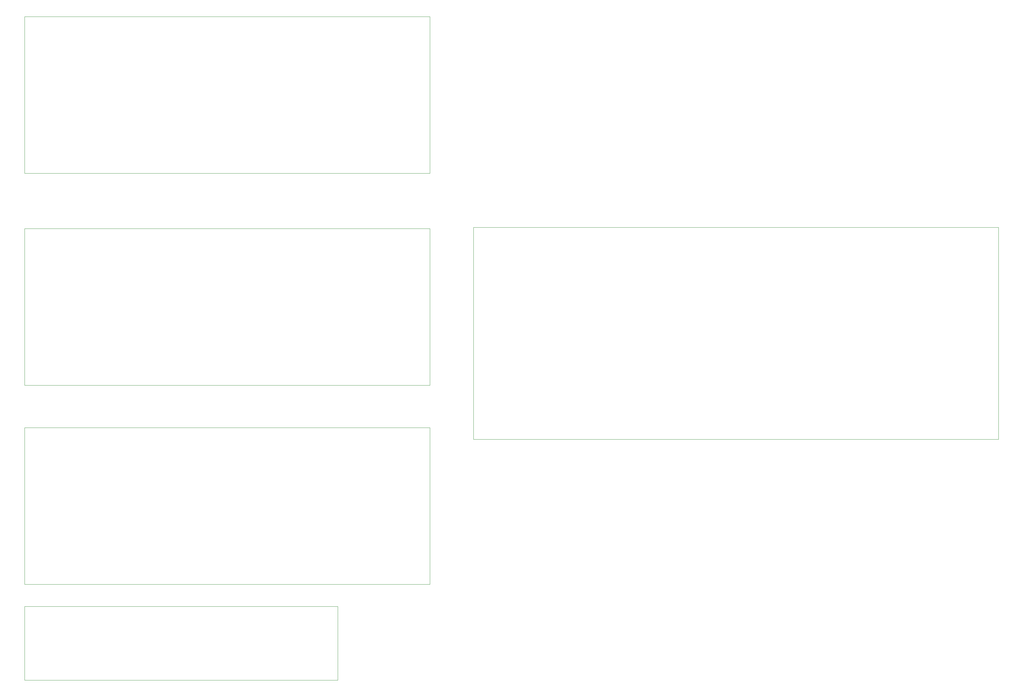
<source format=gbr>
%TF.GenerationSoftware,KiCad,Pcbnew,7.0.6*%
%TF.CreationDate,2023-11-23T12:49:08+01:00*%
%TF.ProjectId,EF_matrix,45465f6d-6174-4726-9978-2e6b69636164,rev?*%
%TF.SameCoordinates,Original*%
%TF.FileFunction,Profile,NP*%
%FSLAX46Y46*%
G04 Gerber Fmt 4.6, Leading zero omitted, Abs format (unit mm)*
G04 Created by KiCad (PCBNEW 7.0.6) date 2023-11-23 12:49:08*
%MOMM*%
%LPD*%
G01*
G04 APERTURE LIST*
%TA.AperFunction,Profile*%
%ADD10C,0.100000*%
%TD*%
G04 APERTURE END LIST*
D10*
X12700000Y-125974000D02*
X124460000Y-125974000D01*
X124460000Y-169154000D01*
X12700000Y-169154000D01*
X12700000Y-125974000D01*
X12700000Y-12700000D02*
X124460000Y-12700000D01*
X124460000Y-55880000D01*
X12700000Y-55880000D01*
X12700000Y-12700000D01*
X12700000Y-175260000D02*
X99060000Y-175260000D01*
X99060000Y-195580000D01*
X12700000Y-195580000D01*
X12700000Y-175260000D01*
X12700000Y-71120000D02*
X124460000Y-71120000D01*
X124460000Y-114300000D01*
X12700000Y-114300000D01*
X12700000Y-71120000D01*
X281254052Y-70781500D02*
X136474052Y-70781500D01*
X136474052Y-129201500D01*
X281254052Y-129201500D01*
X281254052Y-70781500D01*
M02*

</source>
